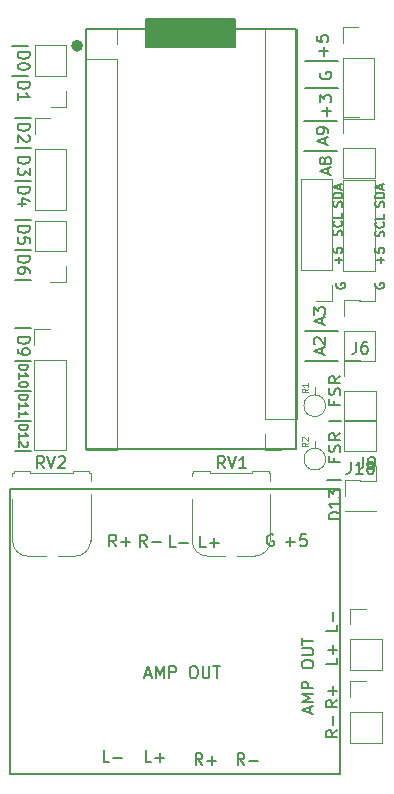
<source format=gbr>
%TF.GenerationSoftware,KiCad,Pcbnew,(6.0.9-0)*%
%TF.CreationDate,2023-02-07T22:14:43+01:00*%
%TF.ProjectId,SHOE_SHIELD,53484f45-5f53-4484-9945-4c442e6b6963,rev?*%
%TF.SameCoordinates,Original*%
%TF.FileFunction,Legend,Top*%
%TF.FilePolarity,Positive*%
%FSLAX46Y46*%
G04 Gerber Fmt 4.6, Leading zero omitted, Abs format (unit mm)*
G04 Created by KiCad (PCBNEW (6.0.9-0)) date 2023-02-07 22:14:43*
%MOMM*%
%LPD*%
G01*
G04 APERTURE LIST*
%ADD10C,0.150000*%
%ADD11C,0.511578*%
%ADD12C,0.125000*%
%ADD13C,0.120000*%
G04 APERTURE END LIST*
D10*
X183134000Y-72898000D02*
X184150000Y-72898000D01*
X156559250Y-75438000D02*
X157892750Y-75438000D01*
X156305250Y-41148000D02*
X157638750Y-41148000D01*
X156305250Y-43688000D02*
X157638750Y-43688000D01*
X156559250Y-60960000D02*
X157892750Y-60960000D01*
X156559250Y-47244000D02*
X157892750Y-47244000D01*
D11*
X162053789Y-41148000D02*
G75*
G03*
X162053789Y-41148000I-255789J0D01*
G01*
D10*
X181102000Y-67818000D02*
X183896000Y-67818000D01*
X181102000Y-44704000D02*
X183896000Y-44704000D01*
X180975000Y-50038000D02*
X183769000Y-50038000D01*
X156144000Y-102821000D02*
X184094000Y-102821000D01*
X184094000Y-102821000D02*
X184094000Y-78671000D01*
X184094000Y-78671000D02*
X156144000Y-78671000D01*
X156144000Y-78671000D02*
X156144000Y-102821000D01*
X156559250Y-49784000D02*
X157892750Y-49784000D01*
X156559250Y-67818000D02*
X157892750Y-67818000D01*
X156559250Y-55880000D02*
X157892750Y-55880000D01*
X156559250Y-58420000D02*
X157892750Y-58420000D01*
X156559250Y-65024000D02*
X157892750Y-65024000D01*
X156559250Y-70358000D02*
X157892750Y-70358000D01*
X156559250Y-52578000D02*
X157892750Y-52578000D01*
X180975000Y-47498000D02*
X183769000Y-47498000D01*
X167650000Y-38900000D02*
X175150000Y-38900000D01*
X175150000Y-38900000D02*
X175150000Y-41280000D01*
X175150000Y-41280000D02*
X167650000Y-41280000D01*
X167650000Y-41280000D02*
X167650000Y-38900000D01*
G36*
X167650000Y-38900000D02*
G01*
X175150000Y-38900000D01*
X175150000Y-41280000D01*
X167650000Y-41280000D01*
X167650000Y-38900000D01*
G37*
X181102000Y-65278000D02*
X183896000Y-65278000D01*
X162565000Y-39730000D02*
X180355000Y-39730000D01*
X180355000Y-39730000D02*
X180355000Y-75290000D01*
X180355000Y-75290000D02*
X162565000Y-75290000D01*
X162565000Y-75290000D02*
X162565000Y-39730000D01*
X156559250Y-72898000D02*
X157892750Y-72898000D01*
X182943500Y-77918000D02*
X184150000Y-77918000D01*
X181102000Y-42418000D02*
X183896000Y-42418000D01*
X167568952Y-94400666D02*
X168045142Y-94400666D01*
X167473714Y-94686380D02*
X167807047Y-93686380D01*
X168140380Y-94686380D01*
X168473714Y-94686380D02*
X168473714Y-93686380D01*
X168807047Y-94400666D01*
X169140380Y-93686380D01*
X169140380Y-94686380D01*
X169616571Y-94686380D02*
X169616571Y-93686380D01*
X169997523Y-93686380D01*
X170092761Y-93734000D01*
X170140380Y-93781619D01*
X170188000Y-93876857D01*
X170188000Y-94019714D01*
X170140380Y-94114952D01*
X170092761Y-94162571D01*
X169997523Y-94210190D01*
X169616571Y-94210190D01*
X171568952Y-93686380D02*
X171759428Y-93686380D01*
X171854666Y-93734000D01*
X171949904Y-93829238D01*
X171997523Y-94019714D01*
X171997523Y-94353047D01*
X171949904Y-94543523D01*
X171854666Y-94638761D01*
X171759428Y-94686380D01*
X171568952Y-94686380D01*
X171473714Y-94638761D01*
X171378476Y-94543523D01*
X171330857Y-94353047D01*
X171330857Y-94019714D01*
X171378476Y-93829238D01*
X171473714Y-93734000D01*
X171568952Y-93686380D01*
X172426095Y-93686380D02*
X172426095Y-94495904D01*
X172473714Y-94591142D01*
X172521333Y-94638761D01*
X172616571Y-94686380D01*
X172807047Y-94686380D01*
X172902285Y-94638761D01*
X172949904Y-94591142D01*
X172997523Y-94495904D01*
X172997523Y-93686380D01*
X173330857Y-93686380D02*
X173902285Y-93686380D01*
X173616571Y-94686380D02*
X173616571Y-93686380D01*
X168092476Y-101798380D02*
X167616285Y-101798380D01*
X167616285Y-100798380D01*
X168425809Y-101417428D02*
X169187714Y-101417428D01*
X168806761Y-101798380D02*
X168806761Y-101036476D01*
X183775000Y-61271571D02*
X183739285Y-61343000D01*
X183739285Y-61450142D01*
X183775000Y-61557285D01*
X183846428Y-61628714D01*
X183917857Y-61664428D01*
X184060714Y-61700142D01*
X184167857Y-61700142D01*
X184310714Y-61664428D01*
X184382142Y-61628714D01*
X184453571Y-61557285D01*
X184489285Y-61450142D01*
X184489285Y-61378714D01*
X184453571Y-61271571D01*
X184417857Y-61235857D01*
X184167857Y-61235857D01*
X184167857Y-61378714D01*
X175966476Y-102052380D02*
X175633142Y-101576190D01*
X175395047Y-102052380D02*
X175395047Y-101052380D01*
X175776000Y-101052380D01*
X175871238Y-101100000D01*
X175918857Y-101147619D01*
X175966476Y-101242857D01*
X175966476Y-101385714D01*
X175918857Y-101480952D01*
X175871238Y-101528571D01*
X175776000Y-101576190D01*
X175395047Y-101576190D01*
X176395047Y-101671428D02*
X177156952Y-101671428D01*
X182538666Y-64722285D02*
X182538666Y-64246095D01*
X182824380Y-64817523D02*
X181824380Y-64484190D01*
X182824380Y-64150857D01*
X181824380Y-63912761D02*
X181824380Y-63293714D01*
X182205333Y-63627047D01*
X182205333Y-63484190D01*
X182252952Y-63388952D01*
X182300571Y-63341333D01*
X182395809Y-63293714D01*
X182633904Y-63293714D01*
X182729142Y-63341333D01*
X182776761Y-63388952D01*
X182824380Y-63484190D01*
X182824380Y-63769904D01*
X182776761Y-63865142D01*
X182729142Y-63912761D01*
X183840380Y-93019523D02*
X183840380Y-93495714D01*
X182840380Y-93495714D01*
X183459428Y-92686190D02*
X183459428Y-91924285D01*
X183840380Y-92305238D02*
X183078476Y-92305238D01*
X156773619Y-65809904D02*
X157773619Y-65809904D01*
X157773619Y-66048000D01*
X157726000Y-66190857D01*
X157630761Y-66286095D01*
X157535523Y-66333714D01*
X157345047Y-66381333D01*
X157202190Y-66381333D01*
X157011714Y-66333714D01*
X156916476Y-66286095D01*
X156821238Y-66190857D01*
X156773619Y-66048000D01*
X156773619Y-65809904D01*
X156773619Y-66857523D02*
X156773619Y-67048000D01*
X156821238Y-67143238D01*
X156868857Y-67190857D01*
X157011714Y-67286095D01*
X157202190Y-67333714D01*
X157583142Y-67333714D01*
X157678380Y-67286095D01*
X157726000Y-67238476D01*
X157773619Y-67143238D01*
X157773619Y-66952761D01*
X157726000Y-66857523D01*
X157678380Y-66809904D01*
X157583142Y-66762285D01*
X157345047Y-66762285D01*
X157249809Y-66809904D01*
X157202190Y-66857523D01*
X157154571Y-66952761D01*
X157154571Y-67143238D01*
X157202190Y-67238476D01*
X157249809Y-67286095D01*
X157345047Y-67333714D01*
X156773619Y-58951904D02*
X157773619Y-58951904D01*
X157773619Y-59190000D01*
X157726000Y-59332857D01*
X157630761Y-59428095D01*
X157535523Y-59475714D01*
X157345047Y-59523333D01*
X157202190Y-59523333D01*
X157011714Y-59475714D01*
X156916476Y-59428095D01*
X156821238Y-59332857D01*
X156773619Y-59190000D01*
X156773619Y-58951904D01*
X157773619Y-60380476D02*
X157773619Y-60190000D01*
X157726000Y-60094761D01*
X157678380Y-60047142D01*
X157535523Y-59951904D01*
X157345047Y-59904285D01*
X156964095Y-59904285D01*
X156868857Y-59951904D01*
X156821238Y-59999523D01*
X156773619Y-60094761D01*
X156773619Y-60285238D01*
X156821238Y-60380476D01*
X156868857Y-60428095D01*
X156964095Y-60475714D01*
X157202190Y-60475714D01*
X157297428Y-60428095D01*
X157345047Y-60380476D01*
X157392666Y-60285238D01*
X157392666Y-60094761D01*
X157345047Y-59999523D01*
X157297428Y-59951904D01*
X157202190Y-59904285D01*
X178419904Y-82546000D02*
X178324666Y-82498380D01*
X178181809Y-82498380D01*
X178038952Y-82546000D01*
X177943714Y-82641238D01*
X177896095Y-82736476D01*
X177848476Y-82926952D01*
X177848476Y-83069809D01*
X177896095Y-83260285D01*
X177943714Y-83355523D01*
X178038952Y-83450761D01*
X178181809Y-83498380D01*
X178277047Y-83498380D01*
X178419904Y-83450761D01*
X178467523Y-83403142D01*
X178467523Y-83069809D01*
X178277047Y-83069809D01*
X181522666Y-97607047D02*
X181522666Y-97130857D01*
X181808380Y-97702285D02*
X180808380Y-97368952D01*
X181808380Y-97035619D01*
X181808380Y-96702285D02*
X180808380Y-96702285D01*
X181522666Y-96368952D01*
X180808380Y-96035619D01*
X181808380Y-96035619D01*
X181808380Y-95559428D02*
X180808380Y-95559428D01*
X180808380Y-95178476D01*
X180856000Y-95083238D01*
X180903619Y-95035619D01*
X180998857Y-94988000D01*
X181141714Y-94988000D01*
X181236952Y-95035619D01*
X181284571Y-95083238D01*
X181332190Y-95178476D01*
X181332190Y-95559428D01*
X180808380Y-93607047D02*
X180808380Y-93416571D01*
X180856000Y-93321333D01*
X180951238Y-93226095D01*
X181141714Y-93178476D01*
X181475047Y-93178476D01*
X181665523Y-93226095D01*
X181760761Y-93321333D01*
X181808380Y-93416571D01*
X181808380Y-93607047D01*
X181760761Y-93702285D01*
X181665523Y-93797523D01*
X181475047Y-93845142D01*
X181141714Y-93845142D01*
X180951238Y-93797523D01*
X180856000Y-93702285D01*
X180808380Y-93607047D01*
X180808380Y-92749904D02*
X181617904Y-92749904D01*
X181713142Y-92702285D01*
X181760761Y-92654666D01*
X181808380Y-92559428D01*
X181808380Y-92368952D01*
X181760761Y-92273714D01*
X181713142Y-92226095D01*
X181617904Y-92178476D01*
X180808380Y-92178476D01*
X180808380Y-91845142D02*
X180808380Y-91273714D01*
X181808380Y-91559428D02*
X180808380Y-91559428D01*
X182538666Y-67262285D02*
X182538666Y-66786095D01*
X182824380Y-67357523D02*
X181824380Y-67024190D01*
X182824380Y-66690857D01*
X181919619Y-66405142D02*
X181872000Y-66357523D01*
X181824380Y-66262285D01*
X181824380Y-66024190D01*
X181872000Y-65928952D01*
X181919619Y-65881333D01*
X182014857Y-65833714D01*
X182110095Y-65833714D01*
X182252952Y-65881333D01*
X182824380Y-66452761D01*
X182824380Y-65833714D01*
X156773619Y-53109904D02*
X157773619Y-53109904D01*
X157773619Y-53348000D01*
X157726000Y-53490857D01*
X157630761Y-53586095D01*
X157535523Y-53633714D01*
X157345047Y-53681333D01*
X157202190Y-53681333D01*
X157011714Y-53633714D01*
X156916476Y-53586095D01*
X156821238Y-53490857D01*
X156773619Y-53348000D01*
X156773619Y-53109904D01*
X157440285Y-54538476D02*
X156773619Y-54538476D01*
X157821238Y-54300380D02*
X157106952Y-54062285D01*
X157106952Y-54681333D01*
X184199571Y-54758714D02*
X184235285Y-54651571D01*
X184235285Y-54473000D01*
X184199571Y-54401571D01*
X184163857Y-54365857D01*
X184092428Y-54330142D01*
X184021000Y-54330142D01*
X183949571Y-54365857D01*
X183913857Y-54401571D01*
X183878142Y-54473000D01*
X183842428Y-54615857D01*
X183806714Y-54687285D01*
X183771000Y-54723000D01*
X183699571Y-54758714D01*
X183628142Y-54758714D01*
X183556714Y-54723000D01*
X183521000Y-54687285D01*
X183485285Y-54615857D01*
X183485285Y-54437285D01*
X183521000Y-54330142D01*
X184235285Y-54008714D02*
X183485285Y-54008714D01*
X183485285Y-53830142D01*
X183521000Y-53723000D01*
X183592428Y-53651571D01*
X183663857Y-53615857D01*
X183806714Y-53580142D01*
X183913857Y-53580142D01*
X184056714Y-53615857D01*
X184128142Y-53651571D01*
X184199571Y-53723000D01*
X184235285Y-53830142D01*
X184235285Y-54008714D01*
X184021000Y-53294428D02*
X184021000Y-52937285D01*
X184235285Y-53365857D02*
X183485285Y-53115857D01*
X184235285Y-52865857D01*
X156886714Y-73257285D02*
X157636714Y-73257285D01*
X157636714Y-73435857D01*
X157601000Y-73543000D01*
X157529571Y-73614428D01*
X157458142Y-73650142D01*
X157315285Y-73685857D01*
X157208142Y-73685857D01*
X157065285Y-73650142D01*
X156993857Y-73614428D01*
X156922428Y-73543000D01*
X156886714Y-73435857D01*
X156886714Y-73257285D01*
X156886714Y-74400142D02*
X156886714Y-73971571D01*
X156886714Y-74185857D02*
X157636714Y-74185857D01*
X157529571Y-74114428D01*
X157458142Y-74043000D01*
X157422428Y-73971571D01*
X157565285Y-74685857D02*
X157601000Y-74721571D01*
X157636714Y-74793000D01*
X157636714Y-74971571D01*
X157601000Y-75043000D01*
X157565285Y-75078714D01*
X157493857Y-75114428D01*
X157422428Y-75114428D01*
X157315285Y-75078714D01*
X156886714Y-74650142D01*
X156886714Y-75114428D01*
X165104476Y-83528380D02*
X164771142Y-83052190D01*
X164533047Y-83528380D02*
X164533047Y-82528380D01*
X164914000Y-82528380D01*
X165009238Y-82576000D01*
X165056857Y-82623619D01*
X165104476Y-82718857D01*
X165104476Y-82861714D01*
X165056857Y-82956952D01*
X165009238Y-83004571D01*
X164914000Y-83052190D01*
X164533047Y-83052190D01*
X165533047Y-83147428D02*
X166294952Y-83147428D01*
X165914000Y-83528380D02*
X165914000Y-82766476D01*
X183840380Y-90225523D02*
X183840380Y-90701714D01*
X182840380Y-90701714D01*
X183459428Y-89892190D02*
X183459428Y-89130285D01*
X156886714Y-70717285D02*
X157636714Y-70717285D01*
X157636714Y-70895857D01*
X157601000Y-71003000D01*
X157529571Y-71074428D01*
X157458142Y-71110142D01*
X157315285Y-71145857D01*
X157208142Y-71145857D01*
X157065285Y-71110142D01*
X156993857Y-71074428D01*
X156922428Y-71003000D01*
X156886714Y-70895857D01*
X156886714Y-70717285D01*
X156886714Y-71860142D02*
X156886714Y-71431571D01*
X156886714Y-71645857D02*
X157636714Y-71645857D01*
X157529571Y-71574428D01*
X157458142Y-71503000D01*
X157422428Y-71431571D01*
X156886714Y-72574428D02*
X156886714Y-72145857D01*
X156886714Y-72360142D02*
X157636714Y-72360142D01*
X157529571Y-72288714D01*
X157458142Y-72217285D01*
X157422428Y-72145857D01*
X167684476Y-83548380D02*
X167351142Y-83072190D01*
X167113047Y-83548380D02*
X167113047Y-82548380D01*
X167494000Y-82548380D01*
X167589238Y-82596000D01*
X167636857Y-82643619D01*
X167684476Y-82738857D01*
X167684476Y-82881714D01*
X167636857Y-82976952D01*
X167589238Y-83024571D01*
X167494000Y-83072190D01*
X167113047Y-83072190D01*
X168113047Y-83167428D02*
X168874952Y-83167428D01*
X172704476Y-83618380D02*
X172228285Y-83618380D01*
X172228285Y-82618380D01*
X173037809Y-83237428D02*
X173799714Y-83237428D01*
X173418761Y-83618380D02*
X173418761Y-82856476D01*
X170134476Y-83588380D02*
X169658285Y-83588380D01*
X169658285Y-82588380D01*
X170467809Y-83207428D02*
X171229714Y-83207428D01*
X187077000Y-61271571D02*
X187041285Y-61343000D01*
X187041285Y-61450142D01*
X187077000Y-61557285D01*
X187148428Y-61628714D01*
X187219857Y-61664428D01*
X187362714Y-61700142D01*
X187469857Y-61700142D01*
X187612714Y-61664428D01*
X187684142Y-61628714D01*
X187755571Y-61557285D01*
X187791285Y-61450142D01*
X187791285Y-61378714D01*
X187755571Y-61271571D01*
X187719857Y-61235857D01*
X187469857Y-61235857D01*
X187469857Y-61378714D01*
X156773619Y-44219904D02*
X157773619Y-44219904D01*
X157773619Y-44458000D01*
X157726000Y-44600857D01*
X157630761Y-44696095D01*
X157535523Y-44743714D01*
X157345047Y-44791333D01*
X157202190Y-44791333D01*
X157011714Y-44743714D01*
X156916476Y-44696095D01*
X156821238Y-44600857D01*
X156773619Y-44458000D01*
X156773619Y-44219904D01*
X156773619Y-45743714D02*
X156773619Y-45172285D01*
X156773619Y-45458000D02*
X157773619Y-45458000D01*
X157630761Y-45362761D01*
X157535523Y-45267523D01*
X157487904Y-45172285D01*
X156773619Y-50569904D02*
X157773619Y-50569904D01*
X157773619Y-50808000D01*
X157726000Y-50950857D01*
X157630761Y-51046095D01*
X157535523Y-51093714D01*
X157345047Y-51141333D01*
X157202190Y-51141333D01*
X157011714Y-51093714D01*
X156916476Y-51046095D01*
X156821238Y-50950857D01*
X156773619Y-50808000D01*
X156773619Y-50569904D01*
X157773619Y-51474666D02*
X157773619Y-52093714D01*
X157392666Y-51760380D01*
X157392666Y-51903238D01*
X157345047Y-51998476D01*
X157297428Y-52046095D01*
X157202190Y-52093714D01*
X156964095Y-52093714D01*
X156868857Y-52046095D01*
X156821238Y-51998476D01*
X156773619Y-51903238D01*
X156773619Y-51617523D01*
X156821238Y-51522285D01*
X156868857Y-51474666D01*
X156773619Y-47775904D02*
X157773619Y-47775904D01*
X157773619Y-48014000D01*
X157726000Y-48156857D01*
X157630761Y-48252095D01*
X157535523Y-48299714D01*
X157345047Y-48347333D01*
X157202190Y-48347333D01*
X157011714Y-48299714D01*
X156916476Y-48252095D01*
X156821238Y-48156857D01*
X156773619Y-48014000D01*
X156773619Y-47775904D01*
X157678380Y-48728285D02*
X157726000Y-48775904D01*
X157773619Y-48871142D01*
X157773619Y-49109238D01*
X157726000Y-49204476D01*
X157678380Y-49252095D01*
X157583142Y-49299714D01*
X157487904Y-49299714D01*
X157345047Y-49252095D01*
X156773619Y-48680666D01*
X156773619Y-49299714D01*
X182697428Y-42005142D02*
X182697428Y-41243238D01*
X183078380Y-41624190D02*
X182316476Y-41624190D01*
X182078380Y-40290857D02*
X182078380Y-40767047D01*
X182554571Y-40814666D01*
X182506952Y-40767047D01*
X182459333Y-40671809D01*
X182459333Y-40433714D01*
X182506952Y-40338476D01*
X182554571Y-40290857D01*
X182649809Y-40243238D01*
X182887904Y-40243238D01*
X182983142Y-40290857D01*
X183030761Y-40338476D01*
X183078380Y-40433714D01*
X183078380Y-40671809D01*
X183030761Y-40767047D01*
X182983142Y-40814666D01*
X187755571Y-57280857D02*
X187791285Y-57173714D01*
X187791285Y-56995142D01*
X187755571Y-56923714D01*
X187719857Y-56888000D01*
X187648428Y-56852285D01*
X187577000Y-56852285D01*
X187505571Y-56888000D01*
X187469857Y-56923714D01*
X187434142Y-56995142D01*
X187398428Y-57138000D01*
X187362714Y-57209428D01*
X187327000Y-57245142D01*
X187255571Y-57280857D01*
X187184142Y-57280857D01*
X187112714Y-57245142D01*
X187077000Y-57209428D01*
X187041285Y-57138000D01*
X187041285Y-56959428D01*
X187077000Y-56852285D01*
X187719857Y-56102285D02*
X187755571Y-56138000D01*
X187791285Y-56245142D01*
X187791285Y-56316571D01*
X187755571Y-56423714D01*
X187684142Y-56495142D01*
X187612714Y-56530857D01*
X187469857Y-56566571D01*
X187362714Y-56566571D01*
X187219857Y-56530857D01*
X187148428Y-56495142D01*
X187077000Y-56423714D01*
X187041285Y-56316571D01*
X187041285Y-56245142D01*
X187077000Y-56138000D01*
X187112714Y-56102285D01*
X187791285Y-55423714D02*
X187791285Y-55780857D01*
X187041285Y-55780857D01*
X182951428Y-47085142D02*
X182951428Y-46323238D01*
X183332380Y-46704190D02*
X182570476Y-46704190D01*
X182332380Y-45942285D02*
X182332380Y-45323238D01*
X182713333Y-45656571D01*
X182713333Y-45513714D01*
X182760952Y-45418476D01*
X182808571Y-45370857D01*
X182903809Y-45323238D01*
X183141904Y-45323238D01*
X183237142Y-45370857D01*
X183284761Y-45418476D01*
X183332380Y-45513714D01*
X183332380Y-45799428D01*
X183284761Y-45894666D01*
X183237142Y-45942285D01*
X183949571Y-59570857D02*
X183949571Y-58999428D01*
X184235285Y-59285142D02*
X183663857Y-59285142D01*
X183485285Y-58285142D02*
X183485285Y-58642285D01*
X183842428Y-58678000D01*
X183806714Y-58642285D01*
X183771000Y-58570857D01*
X183771000Y-58392285D01*
X183806714Y-58320857D01*
X183842428Y-58285142D01*
X183913857Y-58249428D01*
X184092428Y-58249428D01*
X184163857Y-58285142D01*
X184199571Y-58320857D01*
X184235285Y-58392285D01*
X184235285Y-58570857D01*
X184199571Y-58642285D01*
X184163857Y-58678000D01*
X184094380Y-81224285D02*
X183094380Y-81224285D01*
X183094380Y-80986190D01*
X183142000Y-80843333D01*
X183237238Y-80748095D01*
X183332476Y-80700476D01*
X183522952Y-80652857D01*
X183665809Y-80652857D01*
X183856285Y-80700476D01*
X183951523Y-80748095D01*
X184046761Y-80843333D01*
X184094380Y-80986190D01*
X184094380Y-81224285D01*
X184094380Y-79700476D02*
X184094380Y-80271904D01*
X184094380Y-79986190D02*
X183094380Y-79986190D01*
X183237238Y-80081428D01*
X183332476Y-80176666D01*
X183380095Y-80271904D01*
X183094380Y-79367142D02*
X183094380Y-78748095D01*
X183475333Y-79081428D01*
X183475333Y-78938571D01*
X183522952Y-78843333D01*
X183570571Y-78795714D01*
X183665809Y-78748095D01*
X183903904Y-78748095D01*
X183999142Y-78795714D01*
X184046761Y-78843333D01*
X184094380Y-78938571D01*
X184094380Y-79224285D01*
X184046761Y-79319523D01*
X183999142Y-79367142D01*
X156886714Y-68177285D02*
X157636714Y-68177285D01*
X157636714Y-68355857D01*
X157601000Y-68463000D01*
X157529571Y-68534428D01*
X157458142Y-68570142D01*
X157315285Y-68605857D01*
X157208142Y-68605857D01*
X157065285Y-68570142D01*
X156993857Y-68534428D01*
X156922428Y-68463000D01*
X156886714Y-68355857D01*
X156886714Y-68177285D01*
X156886714Y-69320142D02*
X156886714Y-68891571D01*
X156886714Y-69105857D02*
X157636714Y-69105857D01*
X157529571Y-69034428D01*
X157458142Y-68963000D01*
X157422428Y-68891571D01*
X157636714Y-69784428D02*
X157636714Y-69855857D01*
X157601000Y-69927285D01*
X157565285Y-69963000D01*
X157493857Y-69998714D01*
X157351000Y-70034428D01*
X157172428Y-70034428D01*
X157029571Y-69998714D01*
X156958142Y-69963000D01*
X156922428Y-69927285D01*
X156886714Y-69855857D01*
X156886714Y-69784428D01*
X156922428Y-69713000D01*
X156958142Y-69677285D01*
X157029571Y-69641571D01*
X157172428Y-69605857D01*
X157351000Y-69605857D01*
X157493857Y-69641571D01*
X157565285Y-69677285D01*
X157601000Y-69713000D01*
X157636714Y-69784428D01*
X156773619Y-56411904D02*
X157773619Y-56411904D01*
X157773619Y-56650000D01*
X157726000Y-56792857D01*
X157630761Y-56888095D01*
X157535523Y-56935714D01*
X157345047Y-56983333D01*
X157202190Y-56983333D01*
X157011714Y-56935714D01*
X156916476Y-56888095D01*
X156821238Y-56792857D01*
X156773619Y-56650000D01*
X156773619Y-56411904D01*
X157773619Y-57888095D02*
X157773619Y-57411904D01*
X157297428Y-57364285D01*
X157345047Y-57411904D01*
X157392666Y-57507142D01*
X157392666Y-57745238D01*
X157345047Y-57840476D01*
X157297428Y-57888095D01*
X157202190Y-57935714D01*
X156964095Y-57935714D01*
X156868857Y-57888095D01*
X156821238Y-57840476D01*
X156773619Y-57745238D01*
X156773619Y-57507142D01*
X156821238Y-57411904D01*
X156868857Y-57364285D01*
X184199571Y-57192857D02*
X184235285Y-57085714D01*
X184235285Y-56907142D01*
X184199571Y-56835714D01*
X184163857Y-56800000D01*
X184092428Y-56764285D01*
X184021000Y-56764285D01*
X183949571Y-56800000D01*
X183913857Y-56835714D01*
X183878142Y-56907142D01*
X183842428Y-57050000D01*
X183806714Y-57121428D01*
X183771000Y-57157142D01*
X183699571Y-57192857D01*
X183628142Y-57192857D01*
X183556714Y-57157142D01*
X183521000Y-57121428D01*
X183485285Y-57050000D01*
X183485285Y-56871428D01*
X183521000Y-56764285D01*
X184163857Y-56014285D02*
X184199571Y-56050000D01*
X184235285Y-56157142D01*
X184235285Y-56228571D01*
X184199571Y-56335714D01*
X184128142Y-56407142D01*
X184056714Y-56442857D01*
X183913857Y-56478571D01*
X183806714Y-56478571D01*
X183663857Y-56442857D01*
X183592428Y-56407142D01*
X183521000Y-56335714D01*
X183485285Y-56228571D01*
X183485285Y-56157142D01*
X183521000Y-56050000D01*
X183556714Y-56014285D01*
X184235285Y-55335714D02*
X184235285Y-55692857D01*
X183485285Y-55692857D01*
X179482857Y-83129428D02*
X180244761Y-83129428D01*
X179863809Y-83510380D02*
X179863809Y-82748476D01*
X181197142Y-82510380D02*
X180720952Y-82510380D01*
X180673333Y-82986571D01*
X180720952Y-82938952D01*
X180816190Y-82891333D01*
X181054285Y-82891333D01*
X181149523Y-82938952D01*
X181197142Y-82986571D01*
X181244761Y-83081809D01*
X181244761Y-83319904D01*
X181197142Y-83415142D01*
X181149523Y-83462761D01*
X181054285Y-83510380D01*
X180816190Y-83510380D01*
X180720952Y-83462761D01*
X180673333Y-83415142D01*
X156773619Y-41679904D02*
X157773619Y-41679904D01*
X157773619Y-41918000D01*
X157726000Y-42060857D01*
X157630761Y-42156095D01*
X157535523Y-42203714D01*
X157345047Y-42251333D01*
X157202190Y-42251333D01*
X157011714Y-42203714D01*
X156916476Y-42156095D01*
X156821238Y-42060857D01*
X156773619Y-41918000D01*
X156773619Y-41679904D01*
X157773619Y-42870380D02*
X157773619Y-42965619D01*
X157726000Y-43060857D01*
X157678380Y-43108476D01*
X157583142Y-43156095D01*
X157392666Y-43203714D01*
X157154571Y-43203714D01*
X156964095Y-43156095D01*
X156868857Y-43108476D01*
X156821238Y-43060857D01*
X156773619Y-42965619D01*
X156773619Y-42870380D01*
X156821238Y-42775142D01*
X156868857Y-42727523D01*
X156964095Y-42679904D01*
X157154571Y-42632285D01*
X157392666Y-42632285D01*
X157583142Y-42679904D01*
X157678380Y-42727523D01*
X157726000Y-42775142D01*
X157773619Y-42870380D01*
X182792666Y-49482285D02*
X182792666Y-49006095D01*
X183078380Y-49577523D02*
X182078380Y-49244190D01*
X183078380Y-48910857D01*
X183078380Y-48529904D02*
X183078380Y-48339428D01*
X183030761Y-48244190D01*
X182983142Y-48196571D01*
X182840285Y-48101333D01*
X182649809Y-48053714D01*
X182268857Y-48053714D01*
X182173619Y-48101333D01*
X182126000Y-48148952D01*
X182078380Y-48244190D01*
X182078380Y-48434666D01*
X182126000Y-48529904D01*
X182173619Y-48577523D01*
X182268857Y-48625142D01*
X182506952Y-48625142D01*
X182602190Y-48577523D01*
X182649809Y-48529904D01*
X182697428Y-48434666D01*
X182697428Y-48244190D01*
X182649809Y-48148952D01*
X182602190Y-48101333D01*
X182506952Y-48053714D01*
X172410476Y-102052380D02*
X172077142Y-101576190D01*
X171839047Y-102052380D02*
X171839047Y-101052380D01*
X172220000Y-101052380D01*
X172315238Y-101100000D01*
X172362857Y-101147619D01*
X172410476Y-101242857D01*
X172410476Y-101385714D01*
X172362857Y-101480952D01*
X172315238Y-101528571D01*
X172220000Y-101576190D01*
X171839047Y-101576190D01*
X172839047Y-101671428D02*
X173600952Y-101671428D01*
X173220000Y-102052380D02*
X173220000Y-101290476D01*
X164536476Y-101798380D02*
X164060285Y-101798380D01*
X164060285Y-100798380D01*
X164869809Y-101417428D02*
X165631714Y-101417428D01*
X183840380Y-96575523D02*
X183364190Y-96908857D01*
X183840380Y-97146952D02*
X182840380Y-97146952D01*
X182840380Y-96766000D01*
X182888000Y-96670761D01*
X182935619Y-96623142D01*
X183030857Y-96575523D01*
X183173714Y-96575523D01*
X183268952Y-96623142D01*
X183316571Y-96670761D01*
X183364190Y-96766000D01*
X183364190Y-97146952D01*
X183459428Y-96146952D02*
X183459428Y-95385047D01*
X183840380Y-95766000D02*
X183078476Y-95766000D01*
X183046666Y-52022285D02*
X183046666Y-51546095D01*
X183332380Y-52117523D02*
X182332380Y-51784190D01*
X183332380Y-51450857D01*
X182760952Y-50974666D02*
X182713333Y-51069904D01*
X182665714Y-51117523D01*
X182570476Y-51165142D01*
X182522857Y-51165142D01*
X182427619Y-51117523D01*
X182380000Y-51069904D01*
X182332380Y-50974666D01*
X182332380Y-50784190D01*
X182380000Y-50688952D01*
X182427619Y-50641333D01*
X182522857Y-50593714D01*
X182570476Y-50593714D01*
X182665714Y-50641333D01*
X182713333Y-50688952D01*
X182760952Y-50784190D01*
X182760952Y-50974666D01*
X182808571Y-51069904D01*
X182856190Y-51117523D01*
X182951428Y-51165142D01*
X183141904Y-51165142D01*
X183237142Y-51117523D01*
X183284761Y-51069904D01*
X183332380Y-50974666D01*
X183332380Y-50784190D01*
X183284761Y-50688952D01*
X183237142Y-50641333D01*
X183141904Y-50593714D01*
X182951428Y-50593714D01*
X182856190Y-50641333D01*
X182808571Y-50688952D01*
X182760952Y-50784190D01*
X183840380Y-99115523D02*
X183364190Y-99448857D01*
X183840380Y-99686952D02*
X182840380Y-99686952D01*
X182840380Y-99306000D01*
X182888000Y-99210761D01*
X182935619Y-99163142D01*
X183030857Y-99115523D01*
X183173714Y-99115523D01*
X183268952Y-99163142D01*
X183316571Y-99210761D01*
X183364190Y-99306000D01*
X183364190Y-99686952D01*
X183459428Y-98686952D02*
X183459428Y-97925047D01*
X187755571Y-54758714D02*
X187791285Y-54651571D01*
X187791285Y-54473000D01*
X187755571Y-54401571D01*
X187719857Y-54365857D01*
X187648428Y-54330142D01*
X187577000Y-54330142D01*
X187505571Y-54365857D01*
X187469857Y-54401571D01*
X187434142Y-54473000D01*
X187398428Y-54615857D01*
X187362714Y-54687285D01*
X187327000Y-54723000D01*
X187255571Y-54758714D01*
X187184142Y-54758714D01*
X187112714Y-54723000D01*
X187077000Y-54687285D01*
X187041285Y-54615857D01*
X187041285Y-54437285D01*
X187077000Y-54330142D01*
X187791285Y-54008714D02*
X187041285Y-54008714D01*
X187041285Y-53830142D01*
X187077000Y-53723000D01*
X187148428Y-53651571D01*
X187219857Y-53615857D01*
X187362714Y-53580142D01*
X187469857Y-53580142D01*
X187612714Y-53615857D01*
X187684142Y-53651571D01*
X187755571Y-53723000D01*
X187791285Y-53830142D01*
X187791285Y-54008714D01*
X187577000Y-53294428D02*
X187577000Y-52937285D01*
X187791285Y-53365857D02*
X187041285Y-53115857D01*
X187791285Y-52865857D01*
X183570571Y-76017333D02*
X183570571Y-76350666D01*
X184094380Y-76350666D02*
X183094380Y-76350666D01*
X183094380Y-75874476D01*
X184046761Y-75541142D02*
X184094380Y-75398285D01*
X184094380Y-75160190D01*
X184046761Y-75064952D01*
X183999142Y-75017333D01*
X183903904Y-74969714D01*
X183808666Y-74969714D01*
X183713428Y-75017333D01*
X183665809Y-75064952D01*
X183618190Y-75160190D01*
X183570571Y-75350666D01*
X183522952Y-75445904D01*
X183475333Y-75493523D01*
X183380095Y-75541142D01*
X183284857Y-75541142D01*
X183189619Y-75493523D01*
X183142000Y-75445904D01*
X183094380Y-75350666D01*
X183094380Y-75112571D01*
X183142000Y-74969714D01*
X184094380Y-73969714D02*
X183618190Y-74303047D01*
X184094380Y-74541142D02*
X183094380Y-74541142D01*
X183094380Y-74160190D01*
X183142000Y-74064952D01*
X183189619Y-74017333D01*
X183284857Y-73969714D01*
X183427714Y-73969714D01*
X183522952Y-74017333D01*
X183570571Y-74064952D01*
X183618190Y-74160190D01*
X183618190Y-74541142D01*
X182380000Y-43426095D02*
X182332380Y-43521333D01*
X182332380Y-43664190D01*
X182380000Y-43807047D01*
X182475238Y-43902285D01*
X182570476Y-43949904D01*
X182760952Y-43997523D01*
X182903809Y-43997523D01*
X183094285Y-43949904D01*
X183189523Y-43902285D01*
X183284761Y-43807047D01*
X183332380Y-43664190D01*
X183332380Y-43568952D01*
X183284761Y-43426095D01*
X183237142Y-43378476D01*
X182903809Y-43378476D01*
X182903809Y-43568952D01*
X187505571Y-59570857D02*
X187505571Y-58999428D01*
X187791285Y-59285142D02*
X187219857Y-59285142D01*
X187041285Y-58285142D02*
X187041285Y-58642285D01*
X187398428Y-58678000D01*
X187362714Y-58642285D01*
X187327000Y-58570857D01*
X187327000Y-58392285D01*
X187362714Y-58320857D01*
X187398428Y-58285142D01*
X187469857Y-58249428D01*
X187648428Y-58249428D01*
X187719857Y-58285142D01*
X187755571Y-58320857D01*
X187791285Y-58392285D01*
X187791285Y-58570857D01*
X187755571Y-58642285D01*
X187719857Y-58678000D01*
X183570571Y-71191333D02*
X183570571Y-71524666D01*
X184094380Y-71524666D02*
X183094380Y-71524666D01*
X183094380Y-71048476D01*
X184046761Y-70715142D02*
X184094380Y-70572285D01*
X184094380Y-70334190D01*
X184046761Y-70238952D01*
X183999142Y-70191333D01*
X183903904Y-70143714D01*
X183808666Y-70143714D01*
X183713428Y-70191333D01*
X183665809Y-70238952D01*
X183618190Y-70334190D01*
X183570571Y-70524666D01*
X183522952Y-70619904D01*
X183475333Y-70667523D01*
X183380095Y-70715142D01*
X183284857Y-70715142D01*
X183189619Y-70667523D01*
X183142000Y-70619904D01*
X183094380Y-70524666D01*
X183094380Y-70286571D01*
X183142000Y-70143714D01*
X184094380Y-69143714D02*
X183618190Y-69477047D01*
X184094380Y-69715142D02*
X183094380Y-69715142D01*
X183094380Y-69334190D01*
X183142000Y-69238952D01*
X183189619Y-69191333D01*
X183284857Y-69143714D01*
X183427714Y-69143714D01*
X183522952Y-69191333D01*
X183570571Y-69238952D01*
X183618190Y-69334190D01*
X183618190Y-69715142D01*
D12*
%TO.C,R1*%
X181328190Y-70187333D02*
X181090095Y-70354000D01*
X181328190Y-70473047D02*
X180828190Y-70473047D01*
X180828190Y-70282571D01*
X180852000Y-70234952D01*
X180875809Y-70211142D01*
X180923428Y-70187333D01*
X180994857Y-70187333D01*
X181042476Y-70211142D01*
X181066285Y-70234952D01*
X181090095Y-70282571D01*
X181090095Y-70473047D01*
X181328190Y-69711142D02*
X181328190Y-69996857D01*
X181328190Y-69854000D02*
X180828190Y-69854000D01*
X180899619Y-69901619D01*
X180947238Y-69949238D01*
X180971047Y-69996857D01*
D10*
%TO.C,J6*%
X185426666Y-66210380D02*
X185426666Y-66924666D01*
X185379047Y-67067523D01*
X185283809Y-67162761D01*
X185140952Y-67210380D01*
X185045714Y-67210380D01*
X186331428Y-66210380D02*
X186140952Y-66210380D01*
X186045714Y-66258000D01*
X185998095Y-66305619D01*
X185902857Y-66448476D01*
X185855238Y-66638952D01*
X185855238Y-67019904D01*
X185902857Y-67115142D01*
X185950476Y-67162761D01*
X186045714Y-67210380D01*
X186236190Y-67210380D01*
X186331428Y-67162761D01*
X186379047Y-67115142D01*
X186426666Y-67019904D01*
X186426666Y-66781809D01*
X186379047Y-66686571D01*
X186331428Y-66638952D01*
X186236190Y-66591333D01*
X186045714Y-66591333D01*
X185950476Y-66638952D01*
X185902857Y-66686571D01*
X185855238Y-66781809D01*
%TO.C,J9*%
X186030666Y-75966380D02*
X186030666Y-76680666D01*
X185983047Y-76823523D01*
X185887809Y-76918761D01*
X185744952Y-76966380D01*
X185649714Y-76966380D01*
X186554476Y-76966380D02*
X186744952Y-76966380D01*
X186840190Y-76918761D01*
X186887809Y-76871142D01*
X186983047Y-76728285D01*
X187030666Y-76537809D01*
X187030666Y-76156857D01*
X186983047Y-76061619D01*
X186935428Y-76014000D01*
X186840190Y-75966380D01*
X186649714Y-75966380D01*
X186554476Y-76014000D01*
X186506857Y-76061619D01*
X186459238Y-76156857D01*
X186459238Y-76394952D01*
X186506857Y-76490190D01*
X186554476Y-76537809D01*
X186649714Y-76585428D01*
X186840190Y-76585428D01*
X186935428Y-76537809D01*
X186983047Y-76490190D01*
X187030666Y-76394952D01*
%TO.C,RV1*%
X174310261Y-76908380D02*
X173976928Y-76432190D01*
X173738833Y-76908380D02*
X173738833Y-75908380D01*
X174119785Y-75908380D01*
X174215023Y-75956000D01*
X174262642Y-76003619D01*
X174310261Y-76098857D01*
X174310261Y-76241714D01*
X174262642Y-76336952D01*
X174215023Y-76384571D01*
X174119785Y-76432190D01*
X173738833Y-76432190D01*
X174595976Y-75908380D02*
X174929309Y-76908380D01*
X175262642Y-75908380D01*
X176119785Y-76908380D02*
X175548357Y-76908380D01*
X175834071Y-76908380D02*
X175834071Y-75908380D01*
X175738833Y-76051238D01*
X175643595Y-76146476D01*
X175548357Y-76194095D01*
D12*
%TO.C,R2*%
X181328190Y-74759333D02*
X181090095Y-74926000D01*
X181328190Y-75045047D02*
X180828190Y-75045047D01*
X180828190Y-74854571D01*
X180852000Y-74806952D01*
X180875809Y-74783142D01*
X180923428Y-74759333D01*
X180994857Y-74759333D01*
X181042476Y-74783142D01*
X181066285Y-74806952D01*
X181090095Y-74854571D01*
X181090095Y-75045047D01*
X180875809Y-74568857D02*
X180852000Y-74545047D01*
X180828190Y-74497428D01*
X180828190Y-74378380D01*
X180852000Y-74330761D01*
X180875809Y-74306952D01*
X180923428Y-74283142D01*
X180971047Y-74283142D01*
X181042476Y-74306952D01*
X181328190Y-74592666D01*
X181328190Y-74283142D01*
D10*
%TO.C,RV2*%
X159008761Y-76908380D02*
X158675428Y-76432190D01*
X158437333Y-76908380D02*
X158437333Y-75908380D01*
X158818285Y-75908380D01*
X158913523Y-75956000D01*
X158961142Y-76003619D01*
X159008761Y-76098857D01*
X159008761Y-76241714D01*
X158961142Y-76336952D01*
X158913523Y-76384571D01*
X158818285Y-76432190D01*
X158437333Y-76432190D01*
X159294476Y-75908380D02*
X159627809Y-76908380D01*
X159961142Y-75908380D01*
X160246857Y-76003619D02*
X160294476Y-75956000D01*
X160389714Y-75908380D01*
X160627809Y-75908380D01*
X160723047Y-75956000D01*
X160770666Y-76003619D01*
X160818285Y-76098857D01*
X160818285Y-76194095D01*
X160770666Y-76336952D01*
X160199238Y-76908380D01*
X160818285Y-76908380D01*
%TO.C,J18*%
X184980476Y-76370380D02*
X184980476Y-77084666D01*
X184932857Y-77227523D01*
X184837619Y-77322761D01*
X184694761Y-77370380D01*
X184599523Y-77370380D01*
X185980476Y-77370380D02*
X185409047Y-77370380D01*
X185694761Y-77370380D02*
X185694761Y-76370380D01*
X185599523Y-76513238D01*
X185504285Y-76608476D01*
X185409047Y-76656095D01*
X186551904Y-76798952D02*
X186456666Y-76751333D01*
X186409047Y-76703714D01*
X186361428Y-76608476D01*
X186361428Y-76560857D01*
X186409047Y-76465619D01*
X186456666Y-76418000D01*
X186551904Y-76370380D01*
X186742380Y-76370380D01*
X186837619Y-76418000D01*
X186885238Y-76465619D01*
X186932857Y-76560857D01*
X186932857Y-76608476D01*
X186885238Y-76703714D01*
X186837619Y-76751333D01*
X186742380Y-76798952D01*
X186551904Y-76798952D01*
X186456666Y-76846571D01*
X186409047Y-76894190D01*
X186361428Y-76989428D01*
X186361428Y-77179904D01*
X186409047Y-77275142D01*
X186456666Y-77322761D01*
X186551904Y-77370380D01*
X186742380Y-77370380D01*
X186837619Y-77322761D01*
X186885238Y-77275142D01*
X186932857Y-77179904D01*
X186932857Y-76989428D01*
X186885238Y-76894190D01*
X186837619Y-76846571D01*
X186742380Y-76798952D01*
D13*
%TO.C,R1*%
X181920000Y-70700000D02*
X181920000Y-70080000D01*
X182840000Y-71620000D02*
G75*
G03*
X182840000Y-71620000I-920000J0D01*
G01*
%TO.C,J1*%
X187608000Y-91411000D02*
X187608000Y-94011000D01*
X184948000Y-91411000D02*
X184948000Y-94011000D01*
X184948000Y-90141000D02*
X184948000Y-88811000D01*
X184948000Y-88811000D02*
X186278000Y-88811000D01*
X184948000Y-91411000D02*
X187608000Y-91411000D01*
X184948000Y-94011000D02*
X187608000Y-94011000D01*
%TO.C,J13*%
X160880000Y-43705000D02*
X160880000Y-41105000D01*
X158220000Y-43705000D02*
X158220000Y-41105000D01*
X160880000Y-44975000D02*
X160880000Y-46305000D01*
X160880000Y-41105000D02*
X158220000Y-41105000D01*
X160880000Y-43705000D02*
X158220000Y-43705000D01*
X160880000Y-46305000D02*
X159550000Y-46305000D01*
%TO.C,J12*%
X184344000Y-52384000D02*
X187004000Y-52384000D01*
X184344000Y-47184000D02*
X185674000Y-47184000D01*
X187004000Y-49784000D02*
X187004000Y-52384000D01*
X184344000Y-48514000D02*
X184344000Y-47184000D01*
X184344000Y-49784000D02*
X187004000Y-49784000D01*
X184344000Y-49784000D02*
X184344000Y-52384000D01*
%TO.C,J14*%
X187004000Y-60198000D02*
X184344000Y-60198000D01*
X184344000Y-60198000D02*
X184344000Y-52518000D01*
X187004000Y-61468000D02*
X187004000Y-62798000D01*
X187004000Y-60198000D02*
X187004000Y-52518000D01*
X187004000Y-52518000D02*
X184344000Y-52518000D01*
X187004000Y-62798000D02*
X185674000Y-62798000D01*
%TO.C,J15*%
X180720000Y-60140000D02*
X180720000Y-52460000D01*
X183380000Y-62740000D02*
X182050000Y-62740000D01*
X183380000Y-61410000D02*
X183380000Y-62740000D01*
X183380000Y-52460000D02*
X180720000Y-52460000D01*
X183380000Y-60140000D02*
X183380000Y-52460000D01*
X183380000Y-60140000D02*
X180720000Y-60140000D01*
%TO.C,J10*%
X184290000Y-40900000D02*
X184290000Y-39570000D01*
X184290000Y-42170000D02*
X184290000Y-47310000D01*
X184290000Y-47310000D02*
X186950000Y-47310000D01*
X184290000Y-42170000D02*
X186950000Y-42170000D01*
X186950000Y-42170000D02*
X186950000Y-47310000D01*
X184290000Y-39570000D02*
X185620000Y-39570000D01*
%TO.C,J19*%
X160860000Y-59815000D02*
X160860000Y-61145000D01*
X160860000Y-61145000D02*
X159530000Y-61145000D01*
X158200000Y-58545000D02*
X158200000Y-55945000D01*
X160860000Y-55945000D02*
X158200000Y-55945000D01*
X160860000Y-58545000D02*
X158200000Y-58545000D01*
X160860000Y-58545000D02*
X160860000Y-55945000D01*
%TO.C,J6*%
X184430000Y-70358000D02*
X184430000Y-72958000D01*
X184430000Y-70358000D02*
X187090000Y-70358000D01*
X184430000Y-72958000D02*
X187090000Y-72958000D01*
X184430000Y-69088000D02*
X184430000Y-67758000D01*
X184430000Y-67758000D02*
X185760000Y-67758000D01*
X187090000Y-70358000D02*
X187090000Y-72958000D01*
%TO.C,J9*%
X187090000Y-75438000D02*
X184430000Y-75438000D01*
X187090000Y-72838000D02*
X184430000Y-72838000D01*
X187090000Y-76708000D02*
X187090000Y-78038000D01*
X187090000Y-78038000D02*
X185760000Y-78038000D01*
X187090000Y-75438000D02*
X187090000Y-72838000D01*
X184430000Y-75438000D02*
X184430000Y-72838000D01*
%TO.C,J11*%
X158210000Y-49890000D02*
X158210000Y-55030000D01*
X158210000Y-55030000D02*
X160870000Y-55030000D01*
X160870000Y-49890000D02*
X160870000Y-55030000D01*
X158210000Y-48620000D02*
X158210000Y-47290000D01*
X158210000Y-49890000D02*
X160870000Y-49890000D01*
X158210000Y-47290000D02*
X159540000Y-47290000D01*
%TO.C,RV1*%
X176638000Y-77136000D02*
X178058000Y-77136000D01*
X174338000Y-84356000D02*
X172848000Y-84356000D01*
X171538000Y-83046000D02*
X171538000Y-79506000D01*
X178058000Y-77136000D02*
X178058000Y-77336000D01*
X171538000Y-77336000D02*
X171538000Y-77586000D01*
X178158000Y-79066000D02*
X178158000Y-83046000D01*
X173058000Y-77336000D02*
X173058000Y-77136000D01*
X171638000Y-77136000D02*
X171638000Y-77336000D01*
X176638000Y-77336000D02*
X176638000Y-77136000D01*
X176848000Y-84356000D02*
X175358000Y-84356000D01*
X171638000Y-77136000D02*
X173058000Y-77136000D01*
X171638000Y-77336000D02*
X171538000Y-77336000D01*
X178058000Y-77336000D02*
X178158000Y-77336000D01*
X178158000Y-77336000D02*
X178158000Y-78026000D01*
X173058000Y-77336000D02*
X176638000Y-77336000D01*
X171538000Y-83046000D02*
G75*
G03*
X172848000Y-84356000I1310000J0D01*
G01*
X176848000Y-84356000D02*
G75*
G03*
X178158000Y-83046000I0J1310000D01*
G01*
%TO.C,J20*%
X158182000Y-66460000D02*
X158182000Y-65130000D01*
X158182000Y-65130000D02*
X159512000Y-65130000D01*
X160842000Y-67730000D02*
X160842000Y-75410000D01*
X158182000Y-67730000D02*
X160842000Y-67730000D01*
X158182000Y-75410000D02*
X160842000Y-75410000D01*
X158182000Y-67730000D02*
X158182000Y-75410000D01*
%TO.C,R2*%
X181930000Y-75230000D02*
X181930000Y-74610000D01*
X182850000Y-76150000D02*
G75*
G03*
X182850000Y-76150000I-920000J0D01*
G01*
%TO.C,J2*%
X184948000Y-97552000D02*
X184948000Y-100152000D01*
X184948000Y-97552000D02*
X187608000Y-97552000D01*
X184948000Y-94952000D02*
X186278000Y-94952000D01*
X184948000Y-100152000D02*
X187608000Y-100152000D01*
X184948000Y-96282000D02*
X184948000Y-94952000D01*
X187608000Y-97552000D02*
X187608000Y-100152000D01*
%TO.C,J4*%
X179060000Y-75390000D02*
X177730000Y-75390000D01*
X180390000Y-72790000D02*
X177730000Y-72790000D01*
X180390000Y-72790000D02*
X180390000Y-39710000D01*
X180390000Y-39710000D02*
X177730000Y-39710000D01*
X177730000Y-75390000D02*
X177730000Y-74060000D01*
X177730000Y-72790000D02*
X177730000Y-39710000D01*
%TO.C,J17*%
X184390000Y-65278000D02*
X184390000Y-67878000D01*
X187050000Y-65278000D02*
X187050000Y-67878000D01*
X184390000Y-64008000D02*
X184390000Y-62678000D01*
X184390000Y-62678000D02*
X185720000Y-62678000D01*
X184390000Y-67878000D02*
X187050000Y-67878000D01*
X184390000Y-65278000D02*
X187050000Y-65278000D01*
%TO.C,RV2*%
X157846500Y-77336000D02*
X161426500Y-77336000D01*
X156326500Y-83046000D02*
X156326500Y-79506000D01*
X156326500Y-77336000D02*
X156326500Y-77586000D01*
X159126500Y-84356000D02*
X157636500Y-84356000D01*
X156426500Y-77336000D02*
X156326500Y-77336000D01*
X162846500Y-77136000D02*
X162846500Y-77336000D01*
X161636500Y-84356000D02*
X160146500Y-84356000D01*
X157846500Y-77336000D02*
X157846500Y-77136000D01*
X162946500Y-79066000D02*
X162946500Y-83046000D01*
X162846500Y-77336000D02*
X162946500Y-77336000D01*
X161426500Y-77336000D02*
X161426500Y-77136000D01*
X161426500Y-77136000D02*
X162846500Y-77136000D01*
X156426500Y-77136000D02*
X156426500Y-77336000D01*
X156426500Y-77136000D02*
X157846500Y-77136000D01*
X162946500Y-77336000D02*
X162946500Y-78026000D01*
X156326500Y-83046000D02*
G75*
G03*
X157636500Y-84356000I1310000J0D01*
G01*
X161636500Y-84356000D02*
G75*
G03*
X162946500Y-83046000I0J1310000D01*
G01*
%TO.C,J3*%
X162530000Y-75360000D02*
X165190000Y-75360000D01*
X162530000Y-42280000D02*
X165190000Y-42280000D01*
X163860000Y-39680000D02*
X165190000Y-39680000D01*
X165190000Y-39680000D02*
X165190000Y-41010000D01*
X165190000Y-42280000D02*
X165190000Y-75360000D01*
X162530000Y-42280000D02*
X162530000Y-75360000D01*
%TO.C,J18*%
X184460000Y-80578000D02*
X187120000Y-80578000D01*
X184460000Y-80518000D02*
X184460000Y-80578000D01*
X184460000Y-77918000D02*
X185790000Y-77918000D01*
X184460000Y-80518000D02*
X187120000Y-80518000D01*
X184460000Y-79248000D02*
X184460000Y-77918000D01*
X187120000Y-80518000D02*
X187120000Y-80578000D01*
%TD*%
M02*

</source>
